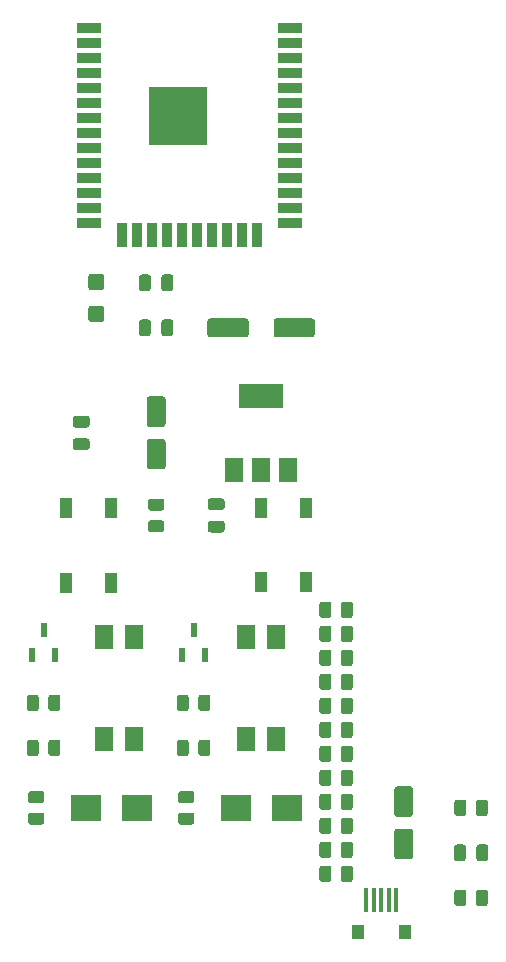
<source format=gbr>
%TF.GenerationSoftware,KiCad,Pcbnew,(5.1.10)-1*%
%TF.CreationDate,2021-10-16T09:54:26+02:00*%
%TF.ProjectId,Teleinfo,54656c65-696e-4666-9f2e-6b696361645f,rev?*%
%TF.SameCoordinates,Original*%
%TF.FileFunction,Paste,Top*%
%TF.FilePolarity,Positive*%
%FSLAX46Y46*%
G04 Gerber Fmt 4.6, Leading zero omitted, Abs format (unit mm)*
G04 Created by KiCad (PCBNEW (5.1.10)-1) date 2021-10-16 09:54:26*
%MOMM*%
%LPD*%
G01*
G04 APERTURE LIST*
%ADD10R,0.600000X1.300000*%
%ADD11R,1.550000X2.100000*%
%ADD12R,0.400000X2.000000*%
%ADD13R,1.100000X1.270000*%
%ADD14R,1.500000X2.000000*%
%ADD15R,3.800000X2.000000*%
%ADD16R,1.000000X1.700000*%
%ADD17R,2.500000X2.300000*%
%ADD18R,2.000000X0.900000*%
%ADD19R,0.900000X2.000000*%
%ADD20R,5.000000X5.000000*%
G04 APERTURE END LIST*
%TO.C,R314*%
G36*
G01*
X94380000Y-135070001D02*
X94380000Y-134169999D01*
G75*
G02*
X94629999Y-133920000I249999J0D01*
G01*
X95155001Y-133920000D01*
G75*
G02*
X95405000Y-134169999I0J-249999D01*
G01*
X95405000Y-135070001D01*
G75*
G02*
X95155001Y-135320000I-249999J0D01*
G01*
X94629999Y-135320000D01*
G75*
G02*
X94380000Y-135070001I0J249999D01*
G01*
G37*
G36*
G01*
X92555000Y-135070001D02*
X92555000Y-134169999D01*
G75*
G02*
X92804999Y-133920000I249999J0D01*
G01*
X93330001Y-133920000D01*
G75*
G02*
X93580000Y-134169999I0J-249999D01*
G01*
X93580000Y-135070001D01*
G75*
G02*
X93330001Y-135320000I-249999J0D01*
G01*
X92804999Y-135320000D01*
G75*
G02*
X92555000Y-135070001I0J249999D01*
G01*
G37*
%TD*%
%TO.C,R313*%
G36*
G01*
X93580000Y-126549999D02*
X93580000Y-127450001D01*
G75*
G02*
X93330001Y-127700000I-249999J0D01*
G01*
X92804999Y-127700000D01*
G75*
G02*
X92555000Y-127450001I0J249999D01*
G01*
X92555000Y-126549999D01*
G75*
G02*
X92804999Y-126300000I249999J0D01*
G01*
X93330001Y-126300000D01*
G75*
G02*
X93580000Y-126549999I0J-249999D01*
G01*
G37*
G36*
G01*
X95405000Y-126549999D02*
X95405000Y-127450001D01*
G75*
G02*
X95155001Y-127700000I-249999J0D01*
G01*
X94629999Y-127700000D01*
G75*
G02*
X94380000Y-127450001I0J249999D01*
G01*
X94380000Y-126549999D01*
G75*
G02*
X94629999Y-126300000I249999J0D01*
G01*
X95155001Y-126300000D01*
G75*
G02*
X95405000Y-126549999I0J-249999D01*
G01*
G37*
%TD*%
%TO.C,R310*%
G36*
G01*
X82150000Y-128073999D02*
X82150000Y-128974001D01*
G75*
G02*
X81900001Y-129224000I-249999J0D01*
G01*
X81374999Y-129224000D01*
G75*
G02*
X81125000Y-128974001I0J249999D01*
G01*
X81125000Y-128073999D01*
G75*
G02*
X81374999Y-127824000I249999J0D01*
G01*
X81900001Y-127824000D01*
G75*
G02*
X82150000Y-128073999I0J-249999D01*
G01*
G37*
G36*
G01*
X83975000Y-128073999D02*
X83975000Y-128974001D01*
G75*
G02*
X83725001Y-129224000I-249999J0D01*
G01*
X83199999Y-129224000D01*
G75*
G02*
X82950000Y-128974001I0J249999D01*
G01*
X82950000Y-128073999D01*
G75*
G02*
X83199999Y-127824000I249999J0D01*
G01*
X83725001Y-127824000D01*
G75*
G02*
X83975000Y-128073999I0J-249999D01*
G01*
G37*
%TD*%
%TO.C,R309*%
G36*
G01*
X82150000Y-126041999D02*
X82150000Y-126942001D01*
G75*
G02*
X81900001Y-127192000I-249999J0D01*
G01*
X81374999Y-127192000D01*
G75*
G02*
X81125000Y-126942001I0J249999D01*
G01*
X81125000Y-126041999D01*
G75*
G02*
X81374999Y-125792000I249999J0D01*
G01*
X81900001Y-125792000D01*
G75*
G02*
X82150000Y-126041999I0J-249999D01*
G01*
G37*
G36*
G01*
X83975000Y-126041999D02*
X83975000Y-126942001D01*
G75*
G02*
X83725001Y-127192000I-249999J0D01*
G01*
X83199999Y-127192000D01*
G75*
G02*
X82950000Y-126942001I0J249999D01*
G01*
X82950000Y-126041999D01*
G75*
G02*
X83199999Y-125792000I249999J0D01*
G01*
X83725001Y-125792000D01*
G75*
G02*
X83975000Y-126041999I0J-249999D01*
G01*
G37*
%TD*%
%TO.C,R308*%
G36*
G01*
X82150000Y-124009999D02*
X82150000Y-124910001D01*
G75*
G02*
X81900001Y-125160000I-249999J0D01*
G01*
X81374999Y-125160000D01*
G75*
G02*
X81125000Y-124910001I0J249999D01*
G01*
X81125000Y-124009999D01*
G75*
G02*
X81374999Y-123760000I249999J0D01*
G01*
X81900001Y-123760000D01*
G75*
G02*
X82150000Y-124009999I0J-249999D01*
G01*
G37*
G36*
G01*
X83975000Y-124009999D02*
X83975000Y-124910001D01*
G75*
G02*
X83725001Y-125160000I-249999J0D01*
G01*
X83199999Y-125160000D01*
G75*
G02*
X82950000Y-124910001I0J249999D01*
G01*
X82950000Y-124009999D01*
G75*
G02*
X83199999Y-123760000I249999J0D01*
G01*
X83725001Y-123760000D01*
G75*
G02*
X83975000Y-124009999I0J-249999D01*
G01*
G37*
%TD*%
%TO.C,R307*%
G36*
G01*
X82150000Y-121977999D02*
X82150000Y-122878001D01*
G75*
G02*
X81900001Y-123128000I-249999J0D01*
G01*
X81374999Y-123128000D01*
G75*
G02*
X81125000Y-122878001I0J249999D01*
G01*
X81125000Y-121977999D01*
G75*
G02*
X81374999Y-121728000I249999J0D01*
G01*
X81900001Y-121728000D01*
G75*
G02*
X82150000Y-121977999I0J-249999D01*
G01*
G37*
G36*
G01*
X83975000Y-121977999D02*
X83975000Y-122878001D01*
G75*
G02*
X83725001Y-123128000I-249999J0D01*
G01*
X83199999Y-123128000D01*
G75*
G02*
X82950000Y-122878001I0J249999D01*
G01*
X82950000Y-121977999D01*
G75*
G02*
X83199999Y-121728000I249999J0D01*
G01*
X83725001Y-121728000D01*
G75*
G02*
X83975000Y-121977999I0J-249999D01*
G01*
G37*
%TD*%
D10*
%TO.C,Q202*%
X70485000Y-111980000D03*
X71435000Y-114080000D03*
X69535000Y-114080000D03*
%TD*%
%TO.C,Q201*%
X57785000Y-111980000D03*
X58735000Y-114080000D03*
X56835000Y-114080000D03*
%TD*%
D11*
%TO.C,IC202*%
X74930000Y-112540000D03*
X77470000Y-112540000D03*
X77470000Y-121140000D03*
X74930000Y-121140000D03*
%TD*%
%TO.C,IC201*%
X62865000Y-112540000D03*
X65405000Y-112540000D03*
X65405000Y-121140000D03*
X62865000Y-121140000D03*
%TD*%
%TO.C,C302*%
G36*
G01*
X87715000Y-128770000D02*
X88815000Y-128770000D01*
G75*
G02*
X89065000Y-129020000I0J-250000D01*
G01*
X89065000Y-131120000D01*
G75*
G02*
X88815000Y-131370000I-250000J0D01*
G01*
X87715000Y-131370000D01*
G75*
G02*
X87465000Y-131120000I0J250000D01*
G01*
X87465000Y-129020000D01*
G75*
G02*
X87715000Y-128770000I250000J0D01*
G01*
G37*
G36*
G01*
X87715000Y-125170000D02*
X88815000Y-125170000D01*
G75*
G02*
X89065000Y-125420000I0J-250000D01*
G01*
X89065000Y-127520000D01*
G75*
G02*
X88815000Y-127770000I-250000J0D01*
G01*
X87715000Y-127770000D01*
G75*
G02*
X87465000Y-127520000I0J250000D01*
G01*
X87465000Y-125420000D01*
G75*
G02*
X87715000Y-125170000I250000J0D01*
G01*
G37*
%TD*%
%TO.C,C103*%
G36*
G01*
X61804999Y-84470000D02*
X62655001Y-84470000D01*
G75*
G02*
X62905000Y-84719999I0J-249999D01*
G01*
X62905000Y-85620001D01*
G75*
G02*
X62655001Y-85870000I-249999J0D01*
G01*
X61804999Y-85870000D01*
G75*
G02*
X61555000Y-85620001I0J249999D01*
G01*
X61555000Y-84719999D01*
G75*
G02*
X61804999Y-84470000I249999J0D01*
G01*
G37*
G36*
G01*
X61804999Y-81770000D02*
X62655001Y-81770000D01*
G75*
G02*
X62905000Y-82019999I0J-249999D01*
G01*
X62905000Y-82920001D01*
G75*
G02*
X62655001Y-83170000I-249999J0D01*
G01*
X61804999Y-83170000D01*
G75*
G02*
X61555000Y-82920001I0J249999D01*
G01*
X61555000Y-82019999D01*
G75*
G02*
X61804999Y-81770000I249999J0D01*
G01*
G37*
%TD*%
%TO.C,R312*%
G36*
G01*
X82150000Y-132137998D02*
X82150000Y-133038002D01*
G75*
G02*
X81900002Y-133288000I-249998J0D01*
G01*
X81374998Y-133288000D01*
G75*
G02*
X81125000Y-133038002I0J249998D01*
G01*
X81125000Y-132137998D01*
G75*
G02*
X81374998Y-131888000I249998J0D01*
G01*
X81900002Y-131888000D01*
G75*
G02*
X82150000Y-132137998I0J-249998D01*
G01*
G37*
G36*
G01*
X83975000Y-132137998D02*
X83975000Y-133038002D01*
G75*
G02*
X83725002Y-133288000I-249998J0D01*
G01*
X83199998Y-133288000D01*
G75*
G02*
X82950000Y-133038002I0J249998D01*
G01*
X82950000Y-132137998D01*
G75*
G02*
X83199998Y-131888000I249998J0D01*
G01*
X83725002Y-131888000D01*
G75*
G02*
X83975000Y-132137998I0J-249998D01*
G01*
G37*
%TD*%
%TO.C,R311*%
G36*
G01*
X82150000Y-130105998D02*
X82150000Y-131006002D01*
G75*
G02*
X81900002Y-131256000I-249998J0D01*
G01*
X81374998Y-131256000D01*
G75*
G02*
X81125000Y-131006002I0J249998D01*
G01*
X81125000Y-130105998D01*
G75*
G02*
X81374998Y-129856000I249998J0D01*
G01*
X81900002Y-129856000D01*
G75*
G02*
X82150000Y-130105998I0J-249998D01*
G01*
G37*
G36*
G01*
X83975000Y-130105998D02*
X83975000Y-131006002D01*
G75*
G02*
X83725002Y-131256000I-249998J0D01*
G01*
X83199998Y-131256000D01*
G75*
G02*
X82950000Y-131006002I0J249998D01*
G01*
X82950000Y-130105998D01*
G75*
G02*
X83199998Y-129856000I249998J0D01*
G01*
X83725002Y-129856000D01*
G75*
G02*
X83975000Y-130105998I0J-249998D01*
G01*
G37*
%TD*%
%TO.C,R306*%
G36*
G01*
X82150000Y-119945998D02*
X82150000Y-120846002D01*
G75*
G02*
X81900002Y-121096000I-249998J0D01*
G01*
X81374998Y-121096000D01*
G75*
G02*
X81125000Y-120846002I0J249998D01*
G01*
X81125000Y-119945998D01*
G75*
G02*
X81374998Y-119696000I249998J0D01*
G01*
X81900002Y-119696000D01*
G75*
G02*
X82150000Y-119945998I0J-249998D01*
G01*
G37*
G36*
G01*
X83975000Y-119945998D02*
X83975000Y-120846002D01*
G75*
G02*
X83725002Y-121096000I-249998J0D01*
G01*
X83199998Y-121096000D01*
G75*
G02*
X82950000Y-120846002I0J249998D01*
G01*
X82950000Y-119945998D01*
G75*
G02*
X83199998Y-119696000I249998J0D01*
G01*
X83725002Y-119696000D01*
G75*
G02*
X83975000Y-119945998I0J-249998D01*
G01*
G37*
%TD*%
%TO.C,R305*%
G36*
G01*
X82150000Y-117913998D02*
X82150000Y-118814002D01*
G75*
G02*
X81900002Y-119064000I-249998J0D01*
G01*
X81374998Y-119064000D01*
G75*
G02*
X81125000Y-118814002I0J249998D01*
G01*
X81125000Y-117913998D01*
G75*
G02*
X81374998Y-117664000I249998J0D01*
G01*
X81900002Y-117664000D01*
G75*
G02*
X82150000Y-117913998I0J-249998D01*
G01*
G37*
G36*
G01*
X83975000Y-117913998D02*
X83975000Y-118814002D01*
G75*
G02*
X83725002Y-119064000I-249998J0D01*
G01*
X83199998Y-119064000D01*
G75*
G02*
X82950000Y-118814002I0J249998D01*
G01*
X82950000Y-117913998D01*
G75*
G02*
X83199998Y-117664000I249998J0D01*
G01*
X83725002Y-117664000D01*
G75*
G02*
X83975000Y-117913998I0J-249998D01*
G01*
G37*
%TD*%
%TO.C,R304*%
G36*
G01*
X82150000Y-115881998D02*
X82150000Y-116782002D01*
G75*
G02*
X81900002Y-117032000I-249998J0D01*
G01*
X81374998Y-117032000D01*
G75*
G02*
X81125000Y-116782002I0J249998D01*
G01*
X81125000Y-115881998D01*
G75*
G02*
X81374998Y-115632000I249998J0D01*
G01*
X81900002Y-115632000D01*
G75*
G02*
X82150000Y-115881998I0J-249998D01*
G01*
G37*
G36*
G01*
X83975000Y-115881998D02*
X83975000Y-116782002D01*
G75*
G02*
X83725002Y-117032000I-249998J0D01*
G01*
X83199998Y-117032000D01*
G75*
G02*
X82950000Y-116782002I0J249998D01*
G01*
X82950000Y-115881998D01*
G75*
G02*
X83199998Y-115632000I249998J0D01*
G01*
X83725002Y-115632000D01*
G75*
G02*
X83975000Y-115881998I0J-249998D01*
G01*
G37*
%TD*%
%TO.C,R303*%
G36*
G01*
X82150000Y-113849998D02*
X82150000Y-114750002D01*
G75*
G02*
X81900002Y-115000000I-249998J0D01*
G01*
X81374998Y-115000000D01*
G75*
G02*
X81125000Y-114750002I0J249998D01*
G01*
X81125000Y-113849998D01*
G75*
G02*
X81374998Y-113600000I249998J0D01*
G01*
X81900002Y-113600000D01*
G75*
G02*
X82150000Y-113849998I0J-249998D01*
G01*
G37*
G36*
G01*
X83975000Y-113849998D02*
X83975000Y-114750002D01*
G75*
G02*
X83725002Y-115000000I-249998J0D01*
G01*
X83199998Y-115000000D01*
G75*
G02*
X82950000Y-114750002I0J249998D01*
G01*
X82950000Y-113849998D01*
G75*
G02*
X83199998Y-113600000I249998J0D01*
G01*
X83725002Y-113600000D01*
G75*
G02*
X83975000Y-113849998I0J-249998D01*
G01*
G37*
%TD*%
%TO.C,R302*%
G36*
G01*
X82150000Y-111817998D02*
X82150000Y-112718002D01*
G75*
G02*
X81900002Y-112968000I-249998J0D01*
G01*
X81374998Y-112968000D01*
G75*
G02*
X81125000Y-112718002I0J249998D01*
G01*
X81125000Y-111817998D01*
G75*
G02*
X81374998Y-111568000I249998J0D01*
G01*
X81900002Y-111568000D01*
G75*
G02*
X82150000Y-111817998I0J-249998D01*
G01*
G37*
G36*
G01*
X83975000Y-111817998D02*
X83975000Y-112718002D01*
G75*
G02*
X83725002Y-112968000I-249998J0D01*
G01*
X83199998Y-112968000D01*
G75*
G02*
X82950000Y-112718002I0J249998D01*
G01*
X82950000Y-111817998D01*
G75*
G02*
X83199998Y-111568000I249998J0D01*
G01*
X83725002Y-111568000D01*
G75*
G02*
X83975000Y-111817998I0J-249998D01*
G01*
G37*
%TD*%
%TO.C,C107*%
G36*
G01*
X77250000Y-86910000D02*
X77250000Y-85810000D01*
G75*
G02*
X77500000Y-85560000I250000J0D01*
G01*
X80500000Y-85560000D01*
G75*
G02*
X80750000Y-85810000I0J-250000D01*
G01*
X80750000Y-86910000D01*
G75*
G02*
X80500000Y-87160000I-250000J0D01*
G01*
X77500000Y-87160000D01*
G75*
G02*
X77250000Y-86910000I0J250000D01*
G01*
G37*
G36*
G01*
X71650000Y-86910000D02*
X71650000Y-85810000D01*
G75*
G02*
X71900000Y-85560000I250000J0D01*
G01*
X74900000Y-85560000D01*
G75*
G02*
X75150000Y-85810000I0J-250000D01*
G01*
X75150000Y-86910000D01*
G75*
G02*
X74900000Y-87160000I-250000J0D01*
G01*
X71900000Y-87160000D01*
G75*
G02*
X71650000Y-86910000I0J250000D01*
G01*
G37*
%TD*%
D12*
%TO.C,J101*%
X87630000Y-134823000D03*
X86995000Y-134823000D03*
X86360000Y-134823000D03*
X85725000Y-134823000D03*
X85090000Y-134823000D03*
D13*
X88360000Y-137473000D03*
X84360000Y-137473000D03*
%TD*%
%TO.C,C104*%
G36*
G01*
X67860000Y-94750000D02*
X66760000Y-94750000D01*
G75*
G02*
X66510000Y-94500000I0J250000D01*
G01*
X66510000Y-92400000D01*
G75*
G02*
X66760000Y-92150000I250000J0D01*
G01*
X67860000Y-92150000D01*
G75*
G02*
X68110000Y-92400000I0J-250000D01*
G01*
X68110000Y-94500000D01*
G75*
G02*
X67860000Y-94750000I-250000J0D01*
G01*
G37*
G36*
G01*
X67860000Y-98350000D02*
X66760000Y-98350000D01*
G75*
G02*
X66510000Y-98100000I0J250000D01*
G01*
X66510000Y-96000000D01*
G75*
G02*
X66760000Y-95750000I250000J0D01*
G01*
X67860000Y-95750000D01*
G75*
G02*
X68110000Y-96000000I0J-250000D01*
G01*
X68110000Y-98100000D01*
G75*
G02*
X67860000Y-98350000I-250000J0D01*
G01*
G37*
%TD*%
%TO.C,R101*%
G36*
G01*
X67760002Y-101835000D02*
X66859998Y-101835000D01*
G75*
G02*
X66610000Y-101585002I0J249998D01*
G01*
X66610000Y-101059998D01*
G75*
G02*
X66859998Y-100810000I249998J0D01*
G01*
X67760002Y-100810000D01*
G75*
G02*
X68010000Y-101059998I0J-249998D01*
G01*
X68010000Y-101585002D01*
G75*
G02*
X67760002Y-101835000I-249998J0D01*
G01*
G37*
G36*
G01*
X67760002Y-103660000D02*
X66859998Y-103660000D01*
G75*
G02*
X66610000Y-103410002I0J249998D01*
G01*
X66610000Y-102884998D01*
G75*
G02*
X66859998Y-102635000I249998J0D01*
G01*
X67760002Y-102635000D01*
G75*
G02*
X68010000Y-102884998I0J-249998D01*
G01*
X68010000Y-103410002D01*
G75*
G02*
X67760002Y-103660000I-249998J0D01*
G01*
G37*
%TD*%
%TO.C,C106*%
G36*
G01*
X67760000Y-86835000D02*
X67760000Y-85885000D01*
G75*
G02*
X68010000Y-85635000I250000J0D01*
G01*
X68510000Y-85635000D01*
G75*
G02*
X68760000Y-85885000I0J-250000D01*
G01*
X68760000Y-86835000D01*
G75*
G02*
X68510000Y-87085000I-250000J0D01*
G01*
X68010000Y-87085000D01*
G75*
G02*
X67760000Y-86835000I0J250000D01*
G01*
G37*
G36*
G01*
X65860000Y-86835000D02*
X65860000Y-85885000D01*
G75*
G02*
X66110000Y-85635000I250000J0D01*
G01*
X66610000Y-85635000D01*
G75*
G02*
X66860000Y-85885000I0J-250000D01*
G01*
X66860000Y-86835000D01*
G75*
G02*
X66610000Y-87085000I-250000J0D01*
G01*
X66110000Y-87085000D01*
G75*
G02*
X65860000Y-86835000I0J250000D01*
G01*
G37*
%TD*%
%TO.C,C105*%
G36*
G01*
X61435000Y-94800000D02*
X60485000Y-94800000D01*
G75*
G02*
X60235000Y-94550000I0J250000D01*
G01*
X60235000Y-94050000D01*
G75*
G02*
X60485000Y-93800000I250000J0D01*
G01*
X61435000Y-93800000D01*
G75*
G02*
X61685000Y-94050000I0J-250000D01*
G01*
X61685000Y-94550000D01*
G75*
G02*
X61435000Y-94800000I-250000J0D01*
G01*
G37*
G36*
G01*
X61435000Y-96700000D02*
X60485000Y-96700000D01*
G75*
G02*
X60235000Y-96450000I0J250000D01*
G01*
X60235000Y-95950000D01*
G75*
G02*
X60485000Y-95700000I250000J0D01*
G01*
X61435000Y-95700000D01*
G75*
G02*
X61685000Y-95950000I0J-250000D01*
G01*
X61685000Y-96450000D01*
G75*
G02*
X61435000Y-96700000I-250000J0D01*
G01*
G37*
%TD*%
%TO.C,C101*%
G36*
G01*
X72865000Y-101785000D02*
X71915000Y-101785000D01*
G75*
G02*
X71665000Y-101535000I0J250000D01*
G01*
X71665000Y-101035000D01*
G75*
G02*
X71915000Y-100785000I250000J0D01*
G01*
X72865000Y-100785000D01*
G75*
G02*
X73115000Y-101035000I0J-250000D01*
G01*
X73115000Y-101535000D01*
G75*
G02*
X72865000Y-101785000I-250000J0D01*
G01*
G37*
G36*
G01*
X72865000Y-103685000D02*
X71915000Y-103685000D01*
G75*
G02*
X71665000Y-103435000I0J250000D01*
G01*
X71665000Y-102935000D01*
G75*
G02*
X71915000Y-102685000I250000J0D01*
G01*
X72865000Y-102685000D01*
G75*
G02*
X73115000Y-102935000I0J-250000D01*
G01*
X73115000Y-103435000D01*
G75*
G02*
X72865000Y-103685000I-250000J0D01*
G01*
G37*
%TD*%
%TO.C,C102*%
G36*
G01*
X67760000Y-83025000D02*
X67760000Y-82075000D01*
G75*
G02*
X68010000Y-81825000I250000J0D01*
G01*
X68510000Y-81825000D01*
G75*
G02*
X68760000Y-82075000I0J-250000D01*
G01*
X68760000Y-83025000D01*
G75*
G02*
X68510000Y-83275000I-250000J0D01*
G01*
X68010000Y-83275000D01*
G75*
G02*
X67760000Y-83025000I0J250000D01*
G01*
G37*
G36*
G01*
X65860000Y-83025000D02*
X65860000Y-82075000D01*
G75*
G02*
X66110000Y-81825000I250000J0D01*
G01*
X66610000Y-81825000D01*
G75*
G02*
X66860000Y-82075000I0J-250000D01*
G01*
X66860000Y-83025000D01*
G75*
G02*
X66610000Y-83275000I-250000J0D01*
G01*
X66110000Y-83275000D01*
G75*
G02*
X65860000Y-83025000I0J250000D01*
G01*
G37*
%TD*%
D14*
%TO.C,U102*%
X73900000Y-98400000D03*
X78500000Y-98400000D03*
X76200000Y-98400000D03*
D15*
X76200000Y-92100000D03*
%TD*%
D16*
%TO.C,SW101*%
X63490000Y-101650000D03*
X63490000Y-107950000D03*
X59690000Y-101650000D03*
X59690000Y-107950000D03*
%TD*%
%TO.C,SW102*%
X80010000Y-101600000D03*
X80010000Y-107900000D03*
X76210000Y-101600000D03*
X76210000Y-107900000D03*
%TD*%
%TO.C,R301*%
G36*
G01*
X82150000Y-109785998D02*
X82150000Y-110686002D01*
G75*
G02*
X81900002Y-110936000I-249998J0D01*
G01*
X81374998Y-110936000D01*
G75*
G02*
X81125000Y-110686002I0J249998D01*
G01*
X81125000Y-109785998D01*
G75*
G02*
X81374998Y-109536000I249998J0D01*
G01*
X81900002Y-109536000D01*
G75*
G02*
X82150000Y-109785998I0J-249998D01*
G01*
G37*
G36*
G01*
X83975000Y-109785998D02*
X83975000Y-110686002D01*
G75*
G02*
X83725002Y-110936000I-249998J0D01*
G01*
X83199998Y-110936000D01*
G75*
G02*
X82950000Y-110686002I0J249998D01*
G01*
X82950000Y-109785998D01*
G75*
G02*
X83199998Y-109536000I249998J0D01*
G01*
X83725002Y-109536000D01*
G75*
G02*
X83975000Y-109785998I0J-249998D01*
G01*
G37*
%TD*%
%TO.C,C301*%
G36*
G01*
X94430000Y-131285000D02*
X94430000Y-130335000D01*
G75*
G02*
X94680000Y-130085000I250000J0D01*
G01*
X95180000Y-130085000D01*
G75*
G02*
X95430000Y-130335000I0J-250000D01*
G01*
X95430000Y-131285000D01*
G75*
G02*
X95180000Y-131535000I-250000J0D01*
G01*
X94680000Y-131535000D01*
G75*
G02*
X94430000Y-131285000I0J250000D01*
G01*
G37*
G36*
G01*
X92530000Y-131285000D02*
X92530000Y-130335000D01*
G75*
G02*
X92780000Y-130085000I250000J0D01*
G01*
X93280000Y-130085000D01*
G75*
G02*
X93530000Y-130335000I0J-250000D01*
G01*
X93530000Y-131285000D01*
G75*
G02*
X93280000Y-131535000I-250000J0D01*
G01*
X92780000Y-131535000D01*
G75*
G02*
X92530000Y-131285000I0J250000D01*
G01*
G37*
%TD*%
D17*
%TO.C,D202*%
X78350000Y-127000000D03*
X74050000Y-127000000D03*
%TD*%
%TO.C,D201*%
X65650000Y-127000000D03*
X61350000Y-127000000D03*
%TD*%
%TO.C,R204*%
G36*
G01*
X70085000Y-117659998D02*
X70085000Y-118560002D01*
G75*
G02*
X69835002Y-118810000I-249998J0D01*
G01*
X69309998Y-118810000D01*
G75*
G02*
X69060000Y-118560002I0J249998D01*
G01*
X69060000Y-117659998D01*
G75*
G02*
X69309998Y-117410000I249998J0D01*
G01*
X69835002Y-117410000D01*
G75*
G02*
X70085000Y-117659998I0J-249998D01*
G01*
G37*
G36*
G01*
X71910000Y-117659998D02*
X71910000Y-118560002D01*
G75*
G02*
X71660002Y-118810000I-249998J0D01*
G01*
X71134998Y-118810000D01*
G75*
G02*
X70885000Y-118560002I0J249998D01*
G01*
X70885000Y-117659998D01*
G75*
G02*
X71134998Y-117410000I249998J0D01*
G01*
X71660002Y-117410000D01*
G75*
G02*
X71910000Y-117659998I0J-249998D01*
G01*
G37*
%TD*%
%TO.C,R206*%
G36*
G01*
X70885000Y-122370002D02*
X70885000Y-121469998D01*
G75*
G02*
X71134998Y-121220000I249998J0D01*
G01*
X71660002Y-121220000D01*
G75*
G02*
X71910000Y-121469998I0J-249998D01*
G01*
X71910000Y-122370002D01*
G75*
G02*
X71660002Y-122620000I-249998J0D01*
G01*
X71134998Y-122620000D01*
G75*
G02*
X70885000Y-122370002I0J249998D01*
G01*
G37*
G36*
G01*
X69060000Y-122370002D02*
X69060000Y-121469998D01*
G75*
G02*
X69309998Y-121220000I249998J0D01*
G01*
X69835002Y-121220000D01*
G75*
G02*
X70085000Y-121469998I0J-249998D01*
G01*
X70085000Y-122370002D01*
G75*
G02*
X69835002Y-122620000I-249998J0D01*
G01*
X69309998Y-122620000D01*
G75*
G02*
X69060000Y-122370002I0J249998D01*
G01*
G37*
%TD*%
%TO.C,R205*%
G36*
G01*
X70300002Y-128425000D02*
X69399998Y-128425000D01*
G75*
G02*
X69150000Y-128175002I0J249998D01*
G01*
X69150000Y-127649998D01*
G75*
G02*
X69399998Y-127400000I249998J0D01*
G01*
X70300002Y-127400000D01*
G75*
G02*
X70550000Y-127649998I0J-249998D01*
G01*
X70550000Y-128175002D01*
G75*
G02*
X70300002Y-128425000I-249998J0D01*
G01*
G37*
G36*
G01*
X70300002Y-126600000D02*
X69399998Y-126600000D01*
G75*
G02*
X69150000Y-126350002I0J249998D01*
G01*
X69150000Y-125824998D01*
G75*
G02*
X69399998Y-125575000I249998J0D01*
G01*
X70300002Y-125575000D01*
G75*
G02*
X70550000Y-125824998I0J-249998D01*
G01*
X70550000Y-126350002D01*
G75*
G02*
X70300002Y-126600000I-249998J0D01*
G01*
G37*
%TD*%
%TO.C,R201*%
G36*
G01*
X57385000Y-117659998D02*
X57385000Y-118560002D01*
G75*
G02*
X57135002Y-118810000I-249998J0D01*
G01*
X56609998Y-118810000D01*
G75*
G02*
X56360000Y-118560002I0J249998D01*
G01*
X56360000Y-117659998D01*
G75*
G02*
X56609998Y-117410000I249998J0D01*
G01*
X57135002Y-117410000D01*
G75*
G02*
X57385000Y-117659998I0J-249998D01*
G01*
G37*
G36*
G01*
X59210000Y-117659998D02*
X59210000Y-118560002D01*
G75*
G02*
X58960002Y-118810000I-249998J0D01*
G01*
X58434998Y-118810000D01*
G75*
G02*
X58185000Y-118560002I0J249998D01*
G01*
X58185000Y-117659998D01*
G75*
G02*
X58434998Y-117410000I249998J0D01*
G01*
X58960002Y-117410000D01*
G75*
G02*
X59210000Y-117659998I0J-249998D01*
G01*
G37*
%TD*%
%TO.C,R203*%
G36*
G01*
X58185000Y-122370002D02*
X58185000Y-121469998D01*
G75*
G02*
X58434998Y-121220000I249998J0D01*
G01*
X58960002Y-121220000D01*
G75*
G02*
X59210000Y-121469998I0J-249998D01*
G01*
X59210000Y-122370002D01*
G75*
G02*
X58960002Y-122620000I-249998J0D01*
G01*
X58434998Y-122620000D01*
G75*
G02*
X58185000Y-122370002I0J249998D01*
G01*
G37*
G36*
G01*
X56360000Y-122370002D02*
X56360000Y-121469998D01*
G75*
G02*
X56609998Y-121220000I249998J0D01*
G01*
X57135002Y-121220000D01*
G75*
G02*
X57385000Y-121469998I0J-249998D01*
G01*
X57385000Y-122370002D01*
G75*
G02*
X57135002Y-122620000I-249998J0D01*
G01*
X56609998Y-122620000D01*
G75*
G02*
X56360000Y-122370002I0J249998D01*
G01*
G37*
%TD*%
%TO.C,R202*%
G36*
G01*
X57600002Y-126600000D02*
X56699998Y-126600000D01*
G75*
G02*
X56450000Y-126350002I0J249998D01*
G01*
X56450000Y-125824998D01*
G75*
G02*
X56699998Y-125575000I249998J0D01*
G01*
X57600002Y-125575000D01*
G75*
G02*
X57850000Y-125824998I0J-249998D01*
G01*
X57850000Y-126350002D01*
G75*
G02*
X57600002Y-126600000I-249998J0D01*
G01*
G37*
G36*
G01*
X57600002Y-128425000D02*
X56699998Y-128425000D01*
G75*
G02*
X56450000Y-128175002I0J249998D01*
G01*
X56450000Y-127649998D01*
G75*
G02*
X56699998Y-127400000I249998J0D01*
G01*
X57600002Y-127400000D01*
G75*
G02*
X57850000Y-127649998I0J-249998D01*
G01*
X57850000Y-128175002D01*
G75*
G02*
X57600002Y-128425000I-249998J0D01*
G01*
G37*
%TD*%
D18*
%TO.C,U101*%
X78655000Y-60960000D03*
X78655000Y-62230000D03*
X78655000Y-63500000D03*
X78655000Y-64770000D03*
X78655000Y-66040000D03*
X78655000Y-67310000D03*
X78655000Y-68580000D03*
X78655000Y-69850000D03*
X78655000Y-71120000D03*
X78655000Y-72390000D03*
X78655000Y-73660000D03*
X78655000Y-74930000D03*
X78655000Y-76200000D03*
X78655000Y-77470000D03*
D19*
X75870000Y-78470000D03*
X74600000Y-78470000D03*
X73330000Y-78470000D03*
X72060000Y-78470000D03*
X70790000Y-78470000D03*
X69520000Y-78470000D03*
X68250000Y-78470000D03*
X66980000Y-78470000D03*
X65710000Y-78470000D03*
X64440000Y-78470000D03*
D18*
X61655000Y-77470000D03*
X61655000Y-76200000D03*
X61655000Y-74930000D03*
X61655000Y-73660000D03*
X61655000Y-72390000D03*
X61655000Y-71120000D03*
X61655000Y-69850000D03*
X61655000Y-68580000D03*
X61655000Y-67310000D03*
X61655000Y-66040000D03*
X61655000Y-64770000D03*
X61655000Y-63500000D03*
X61655000Y-62230000D03*
X61655000Y-60960000D03*
D20*
X69155000Y-68460000D03*
%TD*%
M02*

</source>
